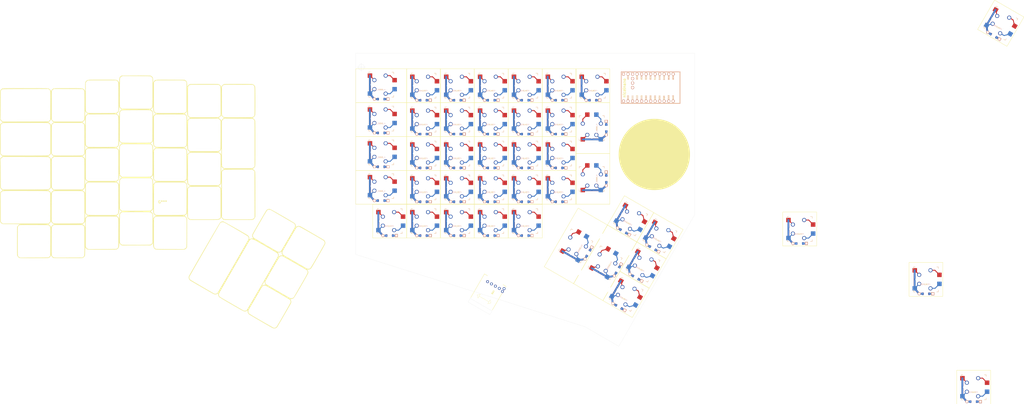
<source format=kicad_pcb>
(kicad_pcb (version 20211014) (generator pcbnew)
  (layers (0 "F.Cu" signal) (31 "B.Cu" signal) (34 "B.Paste" user) (35 "F.Paste" user) (36 "B.SilkS" user "B.Silkscreen") (37 "F.SilkS" user "F.Silkscreen") (38 "B.Mask" user) (39 "F.Mask" user) (44 "Edge.Cuts" user))
  (net 0 "")
  (net 1 "row0")
  (net 2 "row1")
  (net 3 "row2")
  (net 4 "row3")
  (net 5 "row4")
  (net 6 "row5")
  (net 8 "col0")
  (net 9 "col4")
  (net 10 "col1")
  (net 11 "col2")
  (net 12 "col3")
  (net 13 "col5")
  (net 14 "col6")
  (net 17 "+BATT")
  (net 18 "GND")
  (net 19 "RST")
  (net 20 "+3V3")
  (net 21 "ENC_B")
  (net 22 "ENC_A")
  (net 23 "TB_INT")
  (net 24 "SCL")
  (net 25 "SDA")
  (footprint "components:kailh_socket_1-5U" (layer "F.Cu") (at 31.4325 45.72)
    (fp_text reference "K0")
    (fp_text value "SWITCH_DIODE_1-5U")
  )
  (footprint "components:kailh_socket_1-5U" (layer "F.Cu") (at 31.4325 64.77)
    (fp_text reference "K1")
    (fp_text value "SWITCH_DIODE_1-5U")
  )
  (footprint "components:kailh_socket_1-5U" (layer "F.Cu") (at 31.4325 83.82)
    (fp_text reference "K2")
    (fp_text value "SWITCH_DIODE_1-5U")
  )
  (footprint "components:kailh_socket_1-5U" (layer "F.Cu") (at 31.4325 102.87)
    (fp_text reference "K3")
    (fp_text value "SWITCH_DIODE_1-5U")
  )
  (footprint "components:kailh_socket_1U" (layer "F.Cu") (at 36.195 122.555)
    (fp_text reference "K4")
    (fp_text value "SWITCH_DIODE")
  )
  (footprint "components:kailh_socket_2U" (layer "F.Cu") (at 140.884253 136.4763 60)
    (fp_text reference "K5")
    (fp_text value "SWITCH_DIODE_2U")
  )
  (footprint "components:kailh_socket_1U" (layer "F.Cu") (at 188.163684 130.777524 -30)
    (fp_text reference "K45")
    (fp_text value "SWITCH_DIODE")
  )
  (footprint "components:kailh_socket_1U" (layer "F.Cu") (at 55.245 46.355)
    (fp_text reference "K10")
    (fp_text value "SWITCH_DIODE")
  )
  (footprint "components:kailh_socket_1U" (layer "F.Cu") (at 55.245 65.405)
    (fp_text reference "K11")
    (fp_text value "SWITCH_DIODE")
  )
  (footprint "components:kailh_socket_1U" (layer "F.Cu") (at 55.245 84.455)
    (fp_text reference "K12")
    (fp_text value "SWITCH_DIODE")
  )
  (footprint "components:kailh_socket_1U" (layer "F.Cu") (at 55.245 103.505)
    (fp_text reference "K13")
    (fp_text value "SWITCH_DIODE")
  )
  (footprint "components:kailh_socket_1U" (layer "F.Cu") (at 55.245 122.555)
    (fp_text reference "K14")
    (fp_text value "SWITCH_DIODE")
  )
  (footprint "components:kailh_socket_2U" (layer "F.Cu") (at 157.3784 145.9992 60)
    (fp_text reference "K15")
    (fp_text value "SWITCH_DIODE_2U")
  )
  (footprint "components:kailh_socket_1U" (layer "F.Cu") (at 74.295 46.355)
    (fp_text reference "K20")
    (fp_text value "SWITCH_DIODE")
  )
  (footprint "components:kailh_socket_1U" (layer "F.Cu") (at 74.295 65.405)
    (fp_text reference "K21")
    (fp_text value "SWITCH_DIODE")
  )
  (footprint "components:kailh_socket_1U" (layer "F.Cu") (at 74.295 84.455)
    (fp_text reference "K22")
    (fp_text value "SWITCH_DIODE")
  )
  (footprint "components:kailh_socket_1U" (layer "F.Cu") (at 74.295 103.505)
    (fp_text reference "K23")
    (fp_text value "SWITCH_DIODE")
  )
  (footprint "components:kailh_socket_1U" (layer "F.Cu") (at 74.295 122.555)
    (fp_text reference "K24")
    (fp_text value "SWITCH_DIODE")
  )
  (footprint "components:kailh_socket_1U" (layer "F.Cu") (at 169.113684 163.773092 -30)
    (fp_text reference "K25")
    (fp_text value "SWITCH_DIODE")
  )
  (footprint "components:kailh_socket_1U" (layer "F.Cu") (at 93.345 46.355)
    (fp_text reference "K30")
    (fp_text value "SWITCH_DIODE")
  )
  (footprint "components:kailh_socket_1U" (layer "F.Cu") (at 93.345 65.405)
    (fp_text reference "K31")
    (fp_text value "SWITCH_DIODE")
  )
  (footprint "components:kailh_socket_1U" (layer "F.Cu") (at 93.345 84.455)
    (fp_text reference "K32")
    (fp_text value "SWITCH_DIODE")
  )
  (footprint "components:kailh_socket_1U" (layer "F.Cu") (at 93.345 103.505)
    (fp_text reference "K33")
    (fp_text value "SWITCH_DIODE")
  )
  (footprint "components:kailh_socket_1U" (layer "F.Cu") (at 93.345 122.555)
    (fp_text reference "K34")
    (fp_text value "SWITCH_DIODE")
  )
  (footprint "components:kailh_socket_1U" (layer "F.Cu") (at 178.638684 147.275308 -30)
    (fp_text reference "K35")
    (fp_text value "SWITCH_DIODE")
  )
  (footprint "components:kailh_socket_1U" (layer "F.Cu") (at 112.395 46.355)
    (fp_text reference "K40")
    (fp_text value "SWITCH_DIODE")
  )
  (footprint "components:kailh_socket_1U" (layer "F.Cu") (at 112.395 65.405)
    (fp_text reference "K41")
    (fp_text value "SWITCH_DIODE")
  )
  (footprint "components:kailh_socket_1U" (layer "F.Cu") (at 112.395 84.455)
    (fp_text reference "K42")
    (fp_text value "SWITCH_DIODE")
  )
  (footprint "components:kailh_socket_1U" (layer "F.Cu") (at 112.395 103.505)
    (fp_text reference "K43")
    (fp_text value "SWITCH_DIODE")
  )
  (footprint "components:kailh_socket_1U" (layer "F.Cu") (at 112.395 122.555)
    (fp_text reference "K44")
    (fp_text value "SWITCH_DIODE")
  )
  (footprint "components:kailh_socket_1U" (layer "F.Cu") (at 131.445 46.355)
    (fp_text reference "K50")
    (fp_text value "SWITCH_DIODE")
  )
  (footprint "components:kailh_socket_1U" (layer "F.Cu") (at 131.445 65.405)
    (fp_text reference "K51")
    (fp_text value "SWITCH_DIODE")
  )
  (footprint "components:kailh_socket_1U" (layer "F.Cu") (at 131.445 84.455)
    (fp_text reference "K52")
    (fp_text value "SWITCH_DIODE")
  )
  (footprint "components:kailh_socket_1U" (layer "F.Cu") (at 131.445 103.505)
    (fp_text reference "K53")
    (fp_text value "SWITCH_DIODE")
  )
  (footprint "components:kailh_socket_1U" (layer "F.Cu") (at 337.698757 155.305352)
    (fp_text reference "K54")
    (fp_text value "SWITCH_DIODE")
  )
  (footprint "components:kailh_socket_1U" (layer "F.Cu") (at 171.6659 121.252524 -30)
    (fp_text reference "K55")
    (fp_text value "SWITCH_DIODE")
  )
  (footprint "components:kailh_socket_1U" (layer "F.Cu") (at 150.495 46.355)
    (fp_text reference "K60")
    (fp_text value "SWITCH_DIODE")
  )
  (footprint "components:kailh_socket_1-5U" (layer "F.Cu") (at 149.86 70.184187 90)
    (fp_text reference "K61")
    (fp_text value "SWITCH_DIODE_1-5U")
  )
  (footprint "components:kailh_socket_1-5U" (layer "F.Cu") (at 149.86 98.745187 90)
    (fp_text reference "K62")
    (fp_text value "SWITCH_DIODE_1-5U")
  )
  (footprint "components:kailh_socket_1U" (layer "F.Cu") (at 364.49 216.02)
    (fp_text reference "K63")
    (fp_text value "SWITCH_DIODE")
  )
  (footprint "components:kailh_socket_1U" (layer "F.Cu") (at 266.7 127)
    (fp_text reference "K64")
    (fp_text value "SWITCH_DIODE")
  )
  (footprint "components:kailh_socket_1U" (layer "F.Cu") (at 379.7554 11.1506 -30)
    (fp_text reference "K65")
    (fp_text value "SWITCH_DIODE")
  )
  (footprint "nice-nano-kicad-master:nice_nano" (layer "F.Cu") (at 181.65 47.38 180)
    (fp_text reference "U1" hide)
    (fp_text value "nice_nano" hide)
  )
  (footprint "LOGO" (layer "F.Cu") (at -91.44 111.76)
    (fp_text reference "G***")
    (fp_text value "LOGO" hide)
  )
  (footprint "components:evqwdg001" (layer "F.Cu") (at 91.74251 163.381288 -120)
    (fp_text reference "SW1")
    (fp_text value "Rotary_Encoder_Switch")
    (fp_line (start 9.5 -6.6) (end 7.7 -6.6) (layer "Edge.Cuts") (width 0.05))
    (fp_line (start 9.8 7.3) (end 9.8 -6.3) (layer "Edge.Cuts") (width 0.05))
    (fp_line (start 7.7 7.6) (end 9.5 7.6) (layer "Edge.Cuts") (width 0.05))
    (fp_line (start 7.4 -6.3) (end 7.4 7.3) (layer "Edge.Cuts") (width 0.05))
    (fp_arc (start 9.8 7.3) (mid 9.712132 7.512132) (end 9.5 7.6) (layer "Edge.Cuts") (width 0.05))
    (fp_arc (start 7.7 7.6) (mid 7.487868 7.512132) (end 7.4 7.3) (layer "Edge.Cuts") (width 0.05))
    (fp_arc (start 9.5 -6.6) (mid 9.712132 -6.512132) (end 9.8 -6.3) (layer "Edge.Cuts") (width 0.05))
    (fp_arc (start 7.4 -6.3) (mid 7.487868 -6.512132) (end 7.7 -6.6) (layer "Edge.Cuts") (width 0.05))
  )
  (gr_circle (center 185 85) (end 205 85) (layer "F.SilkS") (width 0.1) (fill solid))
  (gr_poly (pts (xy 207.645 28) (xy 207.645 119) (xy 165 193) (xy 146 182) (xy 102 168) (xy 17.145 141.304187) (xy 17.145 28)) (layer "Edge.Cuts") (width 0.05) (fill none))
  (target plus (at 20.32 35.906403) (size 5) (width 0.05) (layer "Edge.Cuts"))
)
</source>
